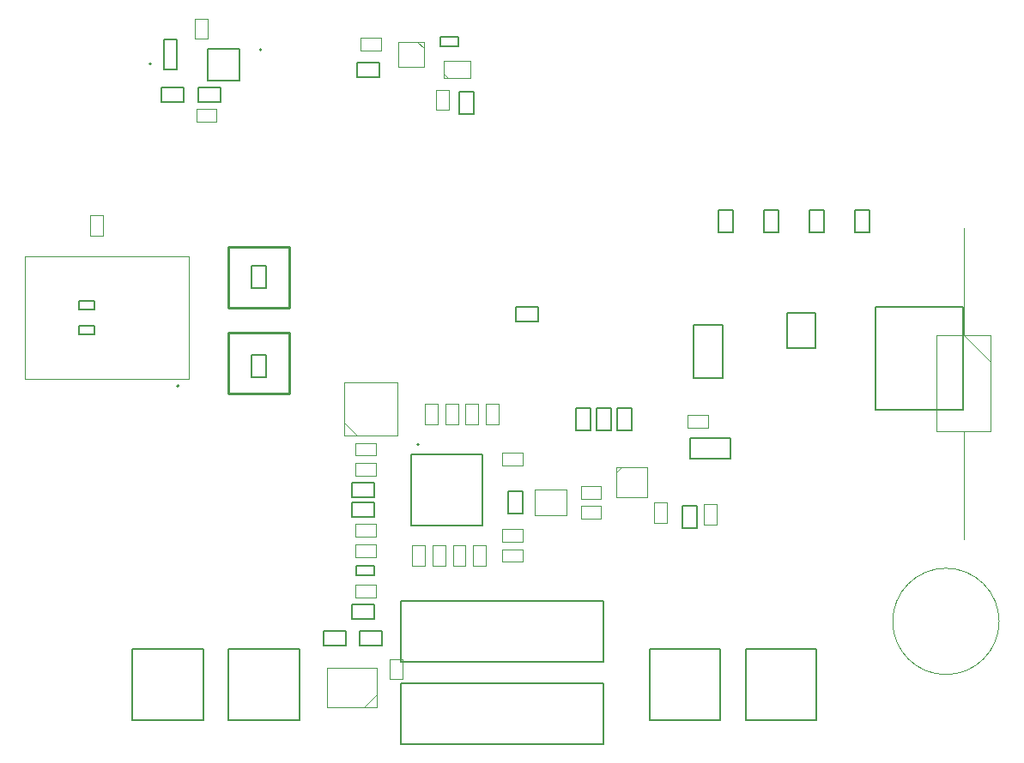
<source format=gbr>
%TF.GenerationSoftware,Altium Limited,Altium Designer,25.2.1 (25)*%
G04 Layer_Color=16711833*
%FSLAX43Y43*%
%MOMM*%
%TF.SameCoordinates,14BE83A4-B3EB-4770-8DB1-726BE69DDD70*%
%TF.FilePolarity,Positive*%
%TF.FileFunction,Other,Mechanical_13*%
%TF.Part,Single*%
G01*
G75*
%TA.AperFunction,NonConductor*%
%ADD67C,0.254*%
%ADD68C,0.200*%
%ADD69C,0.100*%
%ADD76C,0.127*%
D67*
X20505Y50995D02*
X26495D01*
Y45005D02*
Y50995D01*
X20505Y45005D02*
X26495D01*
X20505D02*
Y50995D01*
Y42495D02*
X26495D01*
Y36505D02*
Y42495D01*
X20505Y36505D02*
X26495D01*
X20505D02*
Y42495D01*
D68*
X39300Y31470D02*
G03*
X39300Y31470I-100J0D01*
G01*
X15600Y37250D02*
G03*
X15600Y37250I-100J0D01*
G01*
X12850Y69050D02*
G03*
X12850Y69050I-100J0D01*
G01*
X23720Y70455D02*
G03*
X23720Y70455I-100J0D01*
G01*
X70000Y30100D02*
Y32100D01*
X66000Y30100D02*
X70000D01*
X66000D02*
Y32100D01*
X70000D01*
X84321Y45080D02*
X92961D01*
X84321Y34920D02*
Y45080D01*
Y34920D02*
X92961D01*
Y45080D01*
X11000Y4250D02*
Y11250D01*
Y4250D02*
X18000D01*
Y11250D01*
X11000D02*
X18000D01*
X20500Y4250D02*
Y11250D01*
Y4250D02*
X27500D01*
Y11250D01*
X20500D02*
X27500D01*
X62000Y4250D02*
Y11250D01*
Y4250D02*
X69000D01*
Y11250D01*
X62000D02*
X69000D01*
X37500Y16000D02*
X57500D01*
Y10000D02*
Y16000D01*
X37500Y10000D02*
X57500D01*
X37500D02*
Y16000D01*
X71500Y4250D02*
Y11250D01*
Y4250D02*
X78500D01*
Y11250D01*
X71500D02*
X78500D01*
X37500Y7910D02*
X57500D01*
Y1910D02*
Y7910D01*
X37500Y1910D02*
X57500D01*
X37500D02*
Y7910D01*
D69*
X96500Y14000D02*
G03*
X96500Y14000I-5250J0D01*
G01*
X33821Y5545D02*
X35091Y6815D01*
X30187Y5545D02*
X35091D01*
X30187D02*
Y9441D01*
X35091D01*
Y5545D02*
Y9441D01*
X37625Y8300D02*
Y10300D01*
X36375D02*
X37625D01*
X36375Y8300D02*
Y10300D01*
Y8300D02*
X37625D01*
X65800Y34375D02*
X67800D01*
X65800Y33125D02*
Y34375D01*
Y33125D02*
X67800D01*
Y34375D01*
X67375Y23559D02*
Y25559D01*
Y23559D02*
X68625D01*
Y25559D01*
X67375D02*
X68625D01*
X58750Y28750D02*
X59250Y29250D01*
X58750D02*
X61750D01*
Y26250D02*
Y29250D01*
X58750Y26250D02*
X61750D01*
X58750D02*
Y29250D01*
X53850Y24500D02*
Y27000D01*
X50650Y24500D02*
X53850D01*
X50650D02*
Y27000D01*
X53850D01*
X400Y50050D02*
X16600D01*
X400Y37950D02*
Y50050D01*
Y37950D02*
X16600D01*
Y50050D01*
X31885Y32385D02*
X37116D01*
Y37615D01*
X31885D02*
X37116D01*
X31885Y32385D02*
Y37615D01*
Y33655D02*
X33155Y32385D01*
X40940Y64500D02*
X42190D01*
X40940D02*
Y66500D01*
X42190D01*
Y64500D02*
Y66500D01*
X19315Y63375D02*
Y64625D01*
X17315Y63375D02*
X19315D01*
X17315D02*
Y64625D01*
X19315D01*
X57250Y26125D02*
Y27375D01*
X55250Y26125D02*
X57250D01*
X55250D02*
Y27375D01*
X57250D01*
X49465Y29375D02*
Y30625D01*
X47465Y29375D02*
X49465D01*
X47465D02*
Y30625D01*
X49465D01*
X41700Y68110D02*
X42160Y67650D01*
X41700D02*
Y69350D01*
X44300D01*
Y67650D02*
Y69350D01*
X41700Y67650D02*
X44300D01*
X37250Y71250D02*
X39750D01*
X37250Y68750D02*
Y71250D01*
Y68750D02*
X39750D01*
Y71250D01*
X39125D02*
X39750Y70625D01*
X33500Y70375D02*
Y71625D01*
X35500D01*
Y70375D02*
Y71625D01*
X33500Y70375D02*
X35500D01*
X17155Y73528D02*
X18405D01*
Y71528D02*
Y73528D01*
X17155Y71528D02*
X18405D01*
X17155D02*
Y73528D01*
X63744Y23750D02*
Y25750D01*
X62494D02*
X63744D01*
X62494Y23750D02*
Y25750D01*
Y23750D02*
X63744D01*
X33010Y22375D02*
X35010D01*
Y23625D01*
X33010D02*
X35010D01*
X33010Y22375D02*
Y23625D01*
X33010Y17625D02*
X35010D01*
X33010Y16375D02*
Y17625D01*
Y16375D02*
X35010D01*
Y17625D01*
X38625Y19500D02*
Y21500D01*
Y19500D02*
X39875D01*
Y21500D01*
X38625D02*
X39875D01*
X55250Y25375D02*
X57250D01*
X55250Y24125D02*
Y25375D01*
Y24125D02*
X57250D01*
Y25375D01*
X6868Y52085D02*
Y54085D01*
Y52085D02*
X8118D01*
Y54085D01*
X6868D02*
X8118D01*
X39875Y33500D02*
Y35500D01*
Y33500D02*
X41125D01*
Y35500D01*
X39875D02*
X41125D01*
X47465Y23125D02*
X49465D01*
X47465Y21875D02*
Y23125D01*
Y21875D02*
X49465D01*
Y23125D01*
X43875Y19500D02*
Y21500D01*
X42625D02*
X43875D01*
X42625Y19500D02*
Y21500D01*
Y19500D02*
X43875D01*
X43875Y33500D02*
Y35500D01*
Y33500D02*
X45125D01*
Y35500D01*
X43875D02*
X45125D01*
X33010Y20375D02*
X35010D01*
Y21625D01*
X33010D02*
X35010D01*
X33010Y20375D02*
Y21625D01*
X41875Y33500D02*
Y35500D01*
Y33500D02*
X43125D01*
Y35500D01*
X41875D02*
X43125D01*
X33010Y28375D02*
X35010D01*
Y29625D01*
X33010D02*
X35010D01*
X33010Y28375D02*
Y29625D01*
Y30375D02*
X35010D01*
Y31625D01*
X33010D02*
X35010D01*
X33010Y30375D02*
Y31625D01*
X45875Y33500D02*
Y35500D01*
Y33500D02*
X47125D01*
Y35500D01*
X45875D02*
X47125D01*
X41875Y19500D02*
Y21500D01*
X40625D02*
X41875D01*
X40625Y19500D02*
Y21500D01*
Y19500D02*
X41875D01*
X45875D02*
Y21500D01*
X44625D02*
X45875D01*
X44625Y19500D02*
Y21500D01*
Y19500D02*
X45875D01*
X47465Y21125D02*
X49465D01*
X47465Y19875D02*
Y21125D01*
Y19875D02*
X49465D01*
Y21125D01*
X93000Y42250D02*
X95650Y39600D01*
X93000Y42250D02*
Y52850D01*
X95650Y32750D02*
Y42250D01*
X90350Y32750D02*
X95650D01*
X90350D02*
Y42250D01*
X95650D01*
X93000Y22150D02*
Y32750D01*
D76*
X69267Y37990D02*
Y43290D01*
X66367Y37990D02*
X69267D01*
X66367D02*
Y43290D01*
X69267D01*
X65280Y23199D02*
X66720D01*
X65280Y25399D02*
X66720D01*
Y23199D02*
Y25399D01*
X65280Y23199D02*
Y25399D01*
X58780Y32900D02*
Y35100D01*
X60220Y32900D02*
Y35100D01*
X58780D02*
X60220D01*
X58780Y32900D02*
X60220D01*
X56780D02*
Y35100D01*
X58220Y32900D02*
Y35100D01*
X56780D02*
X58220D01*
X56780Y32900D02*
X58220D01*
X75620Y41020D02*
Y44480D01*
X78380Y41020D02*
Y44480D01*
X75620D02*
X78380D01*
X75620Y41020D02*
X78380D01*
X38500Y30500D02*
X45500D01*
X38500Y23500D02*
X45500D01*
X38500D02*
Y30500D01*
X45500Y23500D02*
Y30500D01*
X54780Y32900D02*
Y35100D01*
X56220Y32900D02*
Y35100D01*
X54780D02*
X56220D01*
X54780Y32900D02*
X56220D01*
X48030Y24650D02*
X49470D01*
X48030Y26850D02*
X49470D01*
Y24650D02*
Y26850D01*
X48030Y24650D02*
Y26850D01*
X43280Y64140D02*
X44720D01*
X43280Y66340D02*
X44720D01*
Y64140D02*
Y66340D01*
X43280Y64140D02*
Y66340D01*
X29900Y11580D02*
Y13020D01*
X32100Y11580D02*
Y13020D01*
X29900Y11580D02*
X32100D01*
X29900Y13020D02*
X32100D01*
X33400Y11580D02*
Y13020D01*
X35600Y11580D02*
Y13020D01*
X33400Y11580D02*
X35600D01*
X33400Y13020D02*
X35600D01*
X48870Y43590D02*
Y45030D01*
X51070Y43590D02*
Y45030D01*
X48870Y43590D02*
X51070D01*
X48870Y45030D02*
X51070D01*
X70220Y52400D02*
Y54600D01*
X68780Y52400D02*
Y54600D01*
Y52400D02*
X70220D01*
X68780Y54600D02*
X70220D01*
X83720Y52400D02*
Y54600D01*
X82280Y52400D02*
Y54600D01*
Y52400D02*
X83720D01*
X82280Y54600D02*
X83720D01*
X79220Y52400D02*
Y54600D01*
X77780Y52400D02*
Y54600D01*
Y52400D02*
X79220D01*
X77780Y54600D02*
X79220D01*
X74720Y52400D02*
Y54600D01*
X73280Y52400D02*
Y54600D01*
Y52400D02*
X74720D01*
X73280Y54600D02*
X74720D01*
X17475Y65280D02*
X19675D01*
X17475Y66720D02*
X19675D01*
X17475Y65280D02*
Y66720D01*
X19675Y65280D02*
Y66720D01*
X41370Y70770D02*
X43130D01*
X41370D02*
Y71730D01*
X43130D01*
Y70770D02*
Y71730D01*
X33140Y69220D02*
X35340D01*
X33140Y67780D02*
X35340D01*
Y69220D01*
X33140Y67780D02*
Y69220D01*
X22780Y49100D02*
X24220D01*
X22780Y46900D02*
X24220D01*
X22780D02*
Y49100D01*
X24220Y46900D02*
Y49100D01*
X14100Y68550D02*
Y71450D01*
X15400D01*
Y68550D02*
Y71450D01*
X14100Y68550D02*
X15400D01*
X13900Y65280D02*
X16100D01*
X13900Y66720D02*
X16100D01*
X13900Y65280D02*
Y66720D01*
X16100Y65280D02*
Y66720D01*
X18450Y70550D02*
X21550D01*
X18450Y67450D02*
X21550D01*
Y70550D01*
X18450Y67450D02*
Y70550D01*
X32650Y14280D02*
X34850D01*
X32650Y15720D02*
X34850D01*
X32650Y14280D02*
Y15720D01*
X34850Y14280D02*
Y15720D01*
X22780Y38150D02*
Y40350D01*
X24220Y38150D02*
Y40350D01*
X22780D02*
X24220D01*
X22780Y38150D02*
X24220D01*
X34850Y26280D02*
Y27720D01*
X32650Y26280D02*
Y27720D01*
X34850D01*
X32650Y26280D02*
X34850D01*
Y24280D02*
Y25720D01*
X32650Y24280D02*
Y25720D01*
X34850D01*
X32650Y24280D02*
X34850D01*
X5700Y42320D02*
X7300D01*
Y43180D01*
X5700D02*
X7300D01*
X5700Y42320D02*
Y43180D01*
Y44820D02*
X7300D01*
Y45680D01*
X5700D02*
X7300D01*
X5700Y44820D02*
Y45680D01*
X33095Y18520D02*
Y19480D01*
Y18520D02*
X34855D01*
Y19480D01*
X33095D02*
X34855D01*
%TF.MD5,9d110f1c992ecbd454006cc0dcf7884d*%
M02*

</source>
